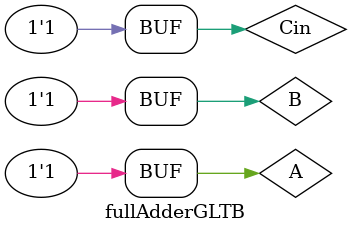
<source format=v>
module fullAdderGLTB;

reg A;
reg B;
reg Cin;
wire Sum;
wire Carry;

fullAdderGL fAGL (.a(A),.b(B),.cin(Cin),.sum(Sum),.carry(Carry));

initial begin
$dumpfile("wave.vcd");
$dumpvars();
$monitor ("T=%0t,A=%b,B=%b,Cin=%b,Sum=%b,Carry=%b",$time,A,B,Cin,Sum,Carry);
A = 0; B = 0;
#10; A = 1; B = 0; Cin = 0;
#10; A = 0; B = 1; Cin = 0;
#10; A = 1; B = 1; Cin = 1;
end
endmodule
</source>
